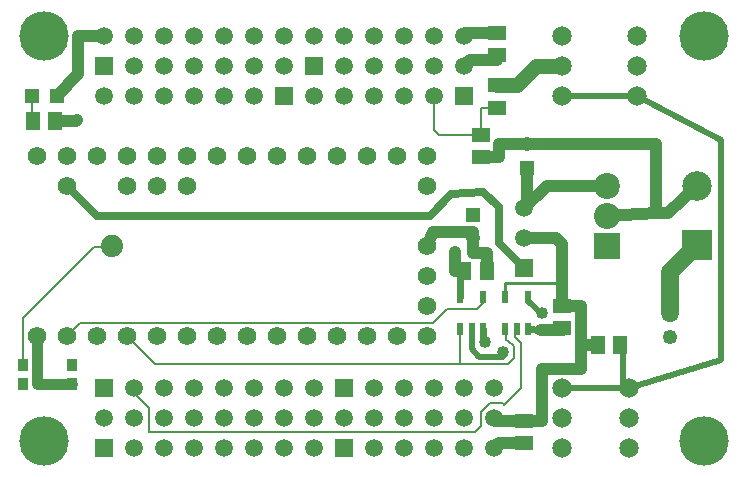
<source format=gtl>
G04 DipTrace 3.0.0.0*
G04 Teensy-Arbotix-mini.gtl*
%MOIN*%
G04 #@! TF.FileFunction,Copper,L1,Top*
G04 #@! TF.Part,Single*
G04 #@! TA.AperFunction,ViaPad*
%ADD13C,0.04*%
G04 #@! TA.AperFunction,Conductor*
%ADD14C,0.023622*%
%ADD15C,0.01*%
%ADD16C,0.008*%
%ADD17C,0.06*%
%ADD18C,0.035433*%
%ADD19C,0.02*%
%ADD21C,0.051181*%
%ADD22C,0.025*%
%ADD24R,0.059055X0.051181*%
G04 #@! TA.AperFunction,ComponentPad*
%ADD25R,0.049213X0.049213*%
%ADD26C,0.049213*%
%ADD27R,0.059055X0.059055*%
%ADD28C,0.059055*%
%ADD29R,0.098425X0.098425*%
%ADD30C,0.098425*%
%ADD32R,0.047244X0.047244*%
%ADD33R,0.051181X0.059055*%
%ADD35R,0.035433X0.03937*%
G04 #@! TA.AperFunction,ComponentPad*
%ADD38C,0.074*%
%ADD40C,0.06194*%
%ADD41R,0.086614X0.086614*%
%ADD42C,0.086614*%
%ADD43C,0.065199*%
%ADD45R,0.023622X0.043307*%
G04 #@! TA.AperFunction,ViaPad*
%ADD46C,0.165*%
%FSLAX26Y26*%
G04*
G70*
G90*
G75*
G01*
G04 Top*
%LPD*%
X1913701Y1173701D2*
D13*
Y1108701D1*
X1943701D1*
Y1793701D2*
X1963701Y1813701D1*
X2053701D1*
Y1828701D1*
X1943701Y1108701D2*
D14*
X1931299D1*
Y1021851D1*
X653701Y1613701D2*
D13*
X648701Y1608701D1*
X581103D1*
X2268701Y993701D2*
D15*
X2273701D1*
Y1068701D1*
X2081299D1*
Y1021851D1*
X2268701Y993701D2*
D13*
Y1199701D1*
X2249701Y1218701D1*
X2143701D1*
X2388701Y863701D2*
X2333701D1*
Y993701D1*
X2268701D1*
X2143701Y611103D2*
X2203701D1*
Y781701D1*
X2333701D1*
Y863701D1*
X2043701Y618701D2*
X2051299Y611103D1*
X2143701D1*
X618701Y893701D2*
D16*
X662701Y937701D1*
X1839701D1*
X1885701Y983701D1*
X1987701D1*
X2006103Y1002103D1*
Y1021851D1*
X843701Y718701D2*
X838701Y713701D1*
X833701D1*
X893701Y653701D1*
Y573701D1*
X1978701D1*
X1998701Y593701D1*
Y638701D1*
X2028701Y668701D1*
X2072792D1*
X2078246Y663246D1*
X2133701Y718701D1*
Y868701D1*
X2113701Y888701D1*
Y915551D1*
X2118701D1*
X1843701Y1693701D2*
Y1579701D1*
X1859898Y1563504D1*
X1998701D1*
Y1653701D1*
X2053701D1*
X818701Y893701D2*
X913701Y798701D1*
X1931299D1*
Y915551D1*
Y798701D2*
X2088701D1*
X2108701Y818701D1*
Y858701D1*
X2089906Y877496D1*
X2083701Y878701D1*
Y923701D1*
X2081299D1*
Y915551D1*
X2418701Y1293701D2*
D13*
X2583701Y1301818D1*
X2623701Y1303701D1*
X2718701Y1392126D1*
X743701Y1893701D2*
X657701D1*
Y1766362D1*
X585040Y1693701D1*
X2153071Y1533071D2*
X2059701D1*
Y1488701D1*
X1998701D1*
X1974331Y1219331D2*
Y1169701D1*
X2018504D1*
Y1108701D1*
X2273701Y913701D2*
X2268701D1*
Y918898D1*
X518701Y893701D2*
D18*
Y736134D1*
X521134Y733701D1*
X635118D1*
X2156103Y915551D2*
D14*
X2198701Y913701D1*
D13*
X2273701D1*
X2043701Y518701D2*
X2061299Y536299D1*
X2143701D1*
X1943701Y1893701D2*
X1953504Y1903504D1*
X2053701D1*
X2013701Y873701D2*
D14*
X2006103Y881299D1*
Y915551D1*
X2153071Y1533071D2*
D13*
X2583701D1*
Y1301818D1*
X1818701Y1193701D2*
X1838701Y1238701D1*
X1974331D1*
Y1219331D1*
X2143701Y1318701D2*
X2218701Y1393701D1*
X2418701D1*
X2143701Y1318701D2*
X2153071Y1328071D1*
Y1454331D1*
X2493701Y718701D2*
D19*
X2488701Y723701D1*
X2473701D1*
Y873701D1*
X2463504D1*
Y863701D1*
X2073701Y838701D2*
Y823701D1*
X1993701D1*
X1968701Y848701D1*
Y915551D1*
X2203701Y968701D2*
X2198701D1*
X2156103Y1011299D1*
Y1021851D1*
X2268701Y1693701D2*
X2518701D1*
X2268701Y718701D2*
X2493701D1*
X2798701Y811705D1*
Y1545987D1*
X2518701Y1693701D1*
X473701Y796693D2*
D16*
Y953701D1*
X708701Y1188701D1*
X768701D1*
Y1193701D1*
X506299Y1608701D2*
X502362D1*
Y1693701D1*
X2718701Y1195276D2*
D17*
X2628701Y1105276D1*
Y968701D1*
X2268701Y1793701D2*
D21*
X2184898D1*
X2119701Y1728504D1*
X2053701D1*
X618701Y1393701D2*
D22*
X718701Y1293701D1*
X1828701D1*
X1900856Y1365856D1*
X2007701Y1373701D1*
X2059701Y1321701D1*
Y1202701D1*
X2143701Y1118701D1*
D46*
X2743701Y543701D3*
X543701D3*
Y1893701D3*
X2743701D3*
D13*
X2013701Y873701D3*
X2273701Y913701D3*
X1913701Y1173701D3*
X653701Y1613701D3*
X2073701Y838701D3*
X2203701Y968701D3*
D24*
X2053701Y1828701D3*
Y1903504D3*
D25*
X2628701Y968701D3*
D26*
Y889961D3*
D25*
X1974331Y1298071D3*
D26*
Y1219331D3*
D25*
X2153071Y1454331D3*
D26*
Y1533071D3*
D24*
X2143701Y611103D3*
Y536299D3*
D27*
X1443701Y1793701D3*
D28*
Y1893701D3*
X1543701Y1793701D3*
Y1893701D3*
X1643701Y1793701D3*
Y1893701D3*
X1743701Y1793701D3*
Y1893701D3*
X1843701Y1793701D3*
Y1893701D3*
X1943701Y1793701D3*
Y1893701D3*
D27*
Y1693701D3*
D28*
X1843701D3*
X1743701D3*
X1643701D3*
X1543701D3*
X1443701D3*
D27*
X743701Y1793701D3*
D28*
Y1893701D3*
X843701Y1793701D3*
Y1893701D3*
X943701Y1793701D3*
Y1893701D3*
X1043701Y1793701D3*
Y1893701D3*
X1143701Y1793701D3*
Y1893701D3*
X1243701Y1793701D3*
Y1893701D3*
X1343701Y1793701D3*
Y1893701D3*
D27*
Y1693701D3*
D28*
X1243701D3*
X1143701D3*
X1043701D3*
X943701D3*
X843701D3*
X743701D3*
D27*
Y518701D3*
D28*
Y618701D3*
X843701Y518701D3*
Y618701D3*
X943701Y518701D3*
Y618701D3*
X1043701Y518701D3*
Y618701D3*
X1143701Y518701D3*
Y618701D3*
X1243701Y518701D3*
Y618701D3*
X1343701Y518701D3*
Y618701D3*
X1443701Y518701D3*
Y618701D3*
D27*
X743701Y718701D3*
D28*
X843701D3*
X943701D3*
X1043701D3*
X1143701D3*
X1243701D3*
X1343701D3*
X1443701D3*
D27*
X1543701Y518701D3*
D28*
Y618701D3*
X1643701Y518701D3*
Y618701D3*
X1743701Y518701D3*
Y618701D3*
X1843701Y518701D3*
Y618701D3*
X1943701Y518701D3*
Y618701D3*
X2043701Y518701D3*
Y618701D3*
D27*
X1543701Y718701D3*
D28*
X1643701D3*
X1743701D3*
X1843701D3*
X1943701D3*
X2043701D3*
D27*
X2143701Y1118701D3*
D28*
Y1218701D3*
Y1318701D3*
D29*
X2718701Y1195276D3*
D30*
Y1392126D3*
D32*
X585040Y1693701D3*
X502362D3*
D24*
X2053701Y1653701D3*
Y1728504D3*
X1998701Y1488701D3*
Y1563504D3*
D33*
X506299Y1608701D3*
X581103D3*
D35*
X473701Y733701D3*
X635118D3*
Y796693D3*
X473701D3*
D38*
X768701Y1193701D3*
D40*
X518701Y893701D3*
X618701D3*
X718701D3*
X818701D3*
X918701D3*
X1018701D3*
X1118701D3*
X1218701D3*
X1318701D3*
X1418701D3*
X1518701D3*
X1618701D3*
X1718701D3*
X1818701D3*
Y1193701D3*
Y1093701D3*
Y993701D3*
Y1393701D3*
Y1493701D3*
X1718701D3*
X1618701D3*
X1518701D3*
X1418701D3*
X1318701D3*
X1218701D3*
X1118701D3*
X1018701D3*
X918701D3*
X818701D3*
X718701D3*
X618701D3*
X518701D3*
X618701Y1393701D3*
X818701D3*
X918701D3*
X1018701D3*
D41*
X2418701Y1193701D3*
D42*
Y1293701D3*
Y1393701D3*
D33*
X1943701Y1108701D3*
X2018504D3*
D24*
X2268701Y993701D3*
Y918898D3*
D43*
Y1893701D3*
Y1793701D3*
Y1693701D3*
X2518701Y1893701D3*
Y1793701D3*
Y1693701D3*
X2268701Y518701D3*
Y618701D3*
Y718701D3*
X2493701Y518701D3*
Y618701D3*
Y718701D3*
D33*
X2388701Y863701D3*
X2463504D3*
D45*
X1931299Y915551D3*
X1968701D3*
X2006103D3*
Y1021851D3*
X1931299D3*
X2081299Y915551D3*
X2118701D3*
X2156103D3*
Y1021851D3*
X2081299D3*
M02*

</source>
